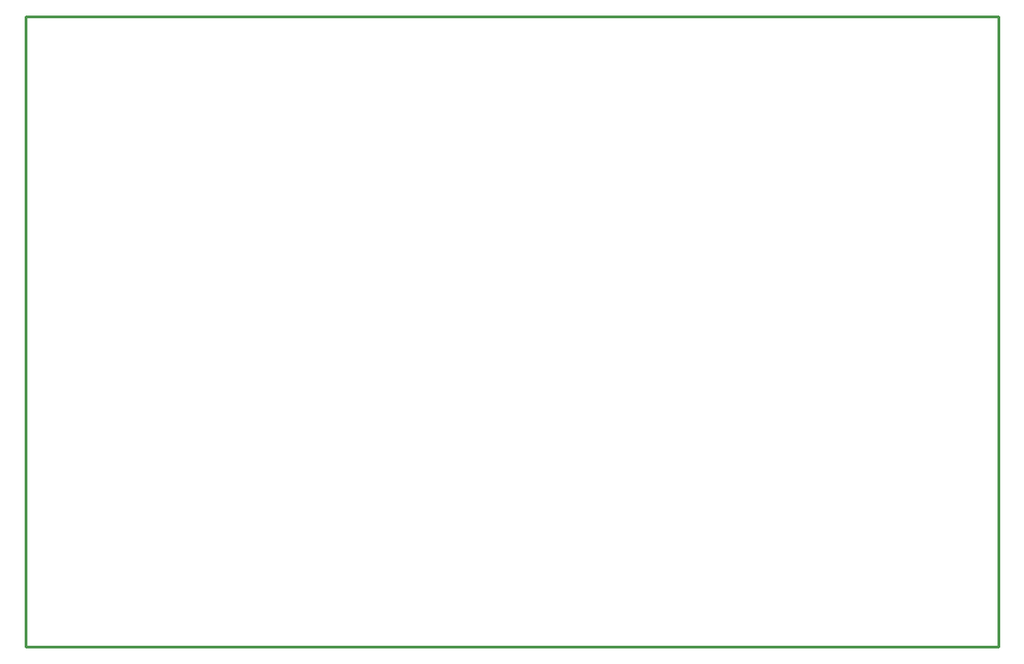
<source format=gm1>
G04*
G04 #@! TF.GenerationSoftware,Altium Limited,Altium Designer,20.0.13 (296)*
G04*
G04 Layer_Color=16711935*
%FSLAX25Y25*%
%MOIN*%
G70*
G01*
G75*
%ADD13C,0.01000*%
D13*
X0Y0D02*
X355000D01*
Y230000D01*
X0D02*
X355000D01*
X0Y0D02*
Y230000D01*
M02*

</source>
